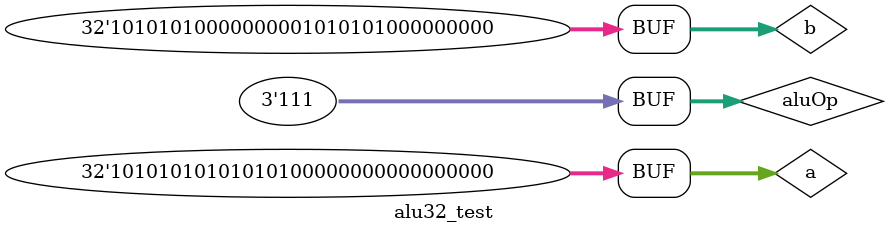
<source format=v>

`define DELAY 5
module alu32_test();



reg [31:0] a;
reg [31:0]b;
reg [2:0] aluOp;
wire[31:0] answer;


alu32 hatb (
answer,a, b,aluOp
);

initial begin
a[31:0] = 32'h000000A0; b[31:0] = 32'hA; aluOp[2:0] = 3'b000; // add answer is = AA
#`DELAY;
a[31:0] = 32'h0000140E; b[31:0] = 32'h23A2; aluOp[2:0] = 3'b000; // add answer is = 37B0
#`DELAY;
a[31:0] = 32'hFFFF_0000; b[31:0] = 32'hFF00_FF00;aluOp[2:0] = 3'b001; // xor answer = FF_FF00
#`DELAY;
a[31:0] = 32'hF0F0_0F0F; b[31:0] = 32'hFF00_FF00;aluOp[2:0] = 3'b001; // xor answer = 0FF0_F00F
#`DELAY;
a[31:0] = 32'b10; b[31:0] = 32'b10;aluOp[2:0] = 3'b010; // subtraction answer = B0
#`DELAY;
a[31:0] = 32'hA0BE; b[31:0] = 32'hA03F;aluOp[2:0] = 3'b010; // subtraction answer = 7f
#`DELAY;
a[31:0] = 32'h0FFF_0000; b[31:0] = 32'h0000_FFFF;aluOp[2:0] = 3'b100; // less answer = 0
#`DELAY;
a[31:0] = 32'h1000; b[31:0] = 32'h0FFF_FFFF;aluOp[2:0] = 3'b100; // less answer = 1
#`DELAY;
a[31:0] = 32'hFFFF_0000; b[31:0] = 32'hFF00_FF00;aluOp[2:0] = 3'b101; // nor answer = 0000_00FF
#`DELAY;
a[31:0] = 32'hAAAA_0000; b[31:0] = 32'hAA00_AA00;aluOp[2:0] = 3'b101; // nor answer = 5555_55FF
#`DELAY;
a[31:0] = 32'hFFFF_0000; b[31:0] = 32'hFF00_FF00;aluOp[2:0] = 3'b110; // and answer = FF00_0000
#`DELAY;
a[31:0] = 32'hAAAA_0000; b[31:0] = 32'h000A_AAAA;aluOp[2:0] = 3'b110; // and answer = 000A_0000
#`DELAY;
a[31:0] = 32'hFFFF_0000; b[31:0] = 32'hFF00_FF00;aluOp[2:0] = 3'b111; // or answer = FFFF_FF00
#`DELAY;
a[31:0] = 32'hAAAA_0000; b[31:0] = 32'hAA00_AA00;aluOp[2:0] = 3'b111; // or answer = AAAA_AA00
end
 
 
initial
begin
$monitor("time = %3d, a =%1h, b=%1h, result=%10h aluOp=%1b", $time, a, b,answer,aluOp);
end
 
endmodule
</source>
